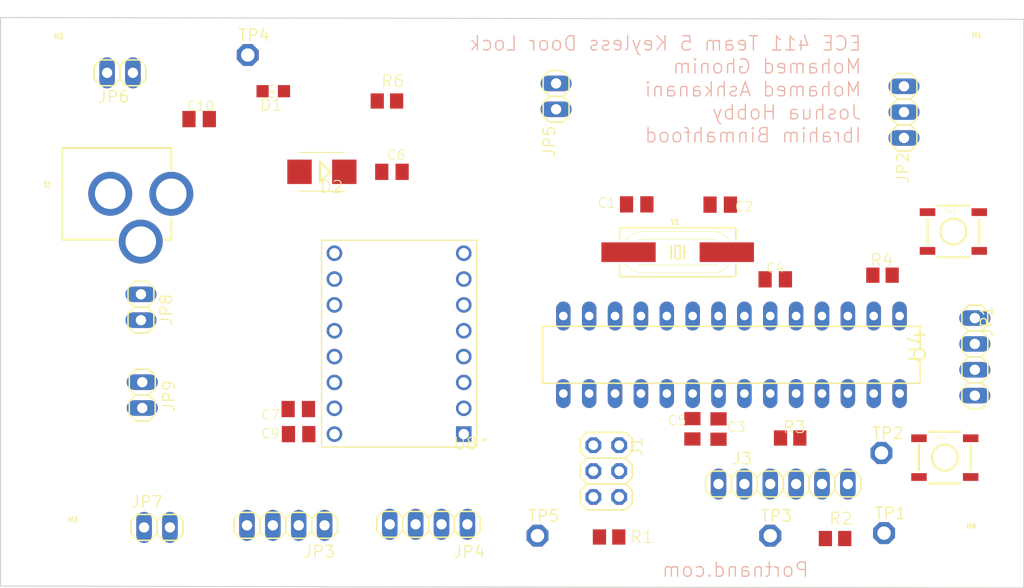
<source format=kicad_pcb>
(kicad_pcb (version 20211014) (generator pcbnew)
  (title_block (title "Keypad Door Lock PCB") (rev "1") (company "ECE 411 Team 5 Practicum"))
  (layers (0 "F.Cu" signal) (31 "B.Cu" signal) (34 "B.Paste" user) (35 "F.Paste" user) (36 "B.SilkS" user "B.Silkscreen") (37 "F.SilkS" user "F.Silkscreen") (38 "B.Mask" user) (39 "F.Mask" user) (44 "Edge.Cuts" user))
  (net 0 "")
  (net 1 "+5V")
  (net 2 "GND")
  (net 3 "Net-(C6-Pad1)")
  (net 4 "Net-(C9-Pad1)")
  (net 5 "Net-(J1-Pad5)")
  (net 6 "Net-(J3-Pad4)")
  (net 7 "Net-(C2-Pad2)")
  (net 8 "Net-(C1-Pad2)")
  (net 9 "Net-(J3-Pad5)")
  (net 10 "Net-(JP3-Pad4)")
  (net 11 "Net-(JP3-Pad3)")
  (net 12 "Net-(JP3-Pad2)")
  (net 13 "Net-(JP3-Pad1)")
  (net 14 "Net-(C3-Pad1)")
  (net 19 "Net-(R6-Pad1)")
  (net 20 "Net-(JP4-Pad4)")
  (net 21 "Net-(J1-Pad4)")
  (net 22 "Net-(J1-Pad1)")
  (net 28 "Net-(J1-Pad3)")
  (net 29 "Net-(JP1-Pad3)")
  (net 30 "Net-(JP1-Pad2)")
  (net 31 "Net-(JP8-Pad2)")
  (net 32 "Net-(JP9-Pad1)")
  (net 33 "Net-(JP9-Pad2)")
  (net 34 "Net-(JP8-Pad1)")
  (net 35 "+12V")
  (net 38 "Net-(J3-Pad3)")
  (net 39 "Net-(JP2-Pad2)")
  (net 40 "Net-(R2-Pad1)")
  (net 41 "Net-(R3-Pad1)")
  (net 42 "Net-(R4-Pad2)")
  (net 43 "Net-(U4-Pad4)")
  (net 44 "Net-(U4-Pad5)")
  (footprint "Keyless_Door:P1-13" (layer "F.Cu") (at 176.53 99.06)
    (fp_text reference "TP3" (at -1.016 -1.27) (layer "F.SilkS") (effects (font (size 1.143 1.143) (thickness 0.127)) (justify left bottom)))
    (fp_text value "Testpoint")
    (pad "TP" thru_hole roundrect (at 0 0) (size 2.159 2.159) (drill 1.3208) (layers *.Cu *.Mask) (chamfer_ratio 0.2928932188) (chamfer top_left top_right bottom_left bottom_right) (net 38 "Net-(J3-Pad3)"))
  )
  (footprint "Keyless_Door:1X03" (layer "F.Cu") (at 189.6618 57.4294 90)
    (fp_text reference "JP2" (at -7.112 0.5588 90) (layer "F.SilkS") (effects (font (size 1.143 1.143) (thickness 0.127)) (justify left bottom)))
    (fp_text value "VCC.1 | IN1 | GND")
    (pad "1" thru_hole oval (at -2.54 0 180) (size 3.048 1.524) (drill 1.016) (layers *.Cu *.Mask) (net 1 "+5V"))
    (pad "2" thru_hole oval (at 0 0 180) (size 3.048 1.524) (drill 1.016) (layers *.Cu *.Mask) (net 39 "Net-(JP2-Pad2)"))
    (pad "3" thru_hole oval (at 2.54 0 180) (size 3.048 1.524) (drill 1.016) (layers *.Cu *.Mask) (net 2 "GND"))
  )
  (footprint "Keyless_Door:R0805" (layer "F.Cu") (at 178.4858 89.4588)
    (fp_text reference "R3" (at -0.7874 -0.381) (layer "F.SilkS") (effects (font (size 1.1684 1.1684) (thickness 0.1016)) (justify left bottom)))
    (fp_text value "1K")
    (pad "1" smd rect (at -0.95 0) (size 1.3 1.5) (layers "F.Cu" "F.Paste" "F.Mask") (net 41 "Net-(R3-Pad1)"))
    (pad "2" smd rect (at 0.95 0) (size 1.3 1.5) (layers "F.Cu" "F.Paste" "F.Mask") (net 9 "Net-(J3-Pad5)"))
  )
  (footprint "Keyless_Door:2X03" (layer "F.Cu") (at 160.4264 92.71 -90)
    (property "Value" "")
    (fp_text reference "J1" (at -3.4798 -3.6322 90) (layer "F.SilkS") (effects (font (size 1.143 1.143) (thickness 0.127)) (justify right bottom)))
    (fp_text value "3x2 M")
    (pad "1" thru_hole roundrect (at -2.54 1.27 270) (size 1.55 1.55) (drill 0.95) (layers *.Cu *.Mask) (chamfer_ratio 0.2928932188) (chamfer top_left top_right bottom_left bottom_right) (net 22 "Net-(J1-Pad1)"))
    (pad "2" thru_hole roundrect (at -2.54 -1.27 270) (size 1.55 1.55) (drill 0.95) (layers *.Cu *.Mask) (chamfer_ratio 0.2928932188) (chamfer top_left top_right bottom_left bottom_right) (net 1 "+5V"))
    (pad "3" thru_hole roundrect (at 0 1.27 270) (size 1.55 1.55) (drill 0.95) (layers *.Cu *.Mask) (chamfer_ratio 0.2928932188) (chamfer top_left top_right bottom_left bottom_right) (net 28 "Net-(J1-Pad3)"))
    (pad "4" thru_hole roundrect (at 0 -1.27 270) (size 1.55 1.55) (drill 0.95) (layers *.Cu *.Mask) (chamfer_ratio 0.2928932188) (chamfer top_left top_right bottom_left bottom_right) (net 21 "Net-(J1-Pad4)"))
    (pad "5" thru_hole roundrect (at 2.54 1.27 270) (size 1.55 1.55) (drill 0.95) (layers *.Cu *.Mask) (chamfer_ratio 0.2928932188) (chamfer top_left top_right bottom_left bottom_right) (net 5 "Net-(J1-Pad5)"))
    (pad "6" thru_hole roundrect (at 2.54 -1.27 270) (size 1.55 1.55) (drill 0.95) (layers *.Cu *.Mask) (chamfer_ratio 0.2928932188) (chamfer top_left top_right bottom_left bottom_right) (net 2 "GND"))
  )
  (footprint "Keyless_Door:1X04" (layer "F.Cu") (at 142.9766 97.9424)
    (fp_text reference "JP4" (at 2.3622 3.3782) (layer "F.SilkS") (effects (font (size 1.143 1.143) (thickness 0.127)) (justify left bottom)))
    (fp_text value "PINHD-1X4")
    (pad "1" thru_hole oval (at -3.81 0 90) (size 3.048 1.524) (drill 1.016) (layers *.Cu *.Mask) (net 28 "Net-(J1-Pad3)"))
    (pad "2" thru_hole oval (at -1.27 0 90) (size 3.048 1.524) (drill 1.016) (layers *.Cu *.Mask) (net 22 "Net-(J1-Pad1)"))
    (pad "3" thru_hole oval (at 1.27 0 90) (size 3.048 1.524) (drill 1.016) (layers *.Cu *.Mask) (net 21 "Net-(J1-Pad4)"))
    (pad "4" thru_hole oval (at 3.81 0 90) (size 3.048 1.524) (drill 1.016) (layers *.Cu *.Mask) (net 20 "Net-(JP4-Pad4)"))
  )
  (footprint "Keyless_Door:C0805K" (layer "F.Cu") (at 139.3792 63.2968)
    (fp_text reference "C6" (at -0.5428 -1.1176) (layer "F.SilkS") (effects (font (size 0.93472 0.93472) (thickness 0.08128)) (justify left bottom)))
    (fp_text value "10u")
    (pad "1" smd rect (at -1 0) (size 1.3 1.6) (layers "F.Cu" "F.Paste" "F.Mask") (net 3 "Net-(C6-Pad1)"))
    (pad "2" smd rect (at 1 0) (size 1.3 1.6) (layers "F.Cu" "F.Paste" "F.Mask") (net 2 "GND"))
  )
  (footprint "Keyless_Door:C0805K" (layer "F.Cu") (at 130.1844 86.614)
    (fp_text reference "C7" (at -3.6924 1.1176) (layer "F.SilkS") (effects (font (size 0.93472 0.93472) (thickness 0.08128)) (justify left bottom)))
    (fp_text value "100u")
    (pad "1" smd rect (at -1 0) (size 1.3 1.6) (layers "F.Cu" "F.Paste" "F.Mask") (net 2 "GND"))
    (pad "2" smd rect (at 1 0) (size 1.3 1.6) (layers "F.Cu" "F.Paste" "F.Mask") (net 1 "+5V"))
  )
  (footprint "Keyless_Door:C0805K" (layer "F.Cu") (at 120.4468 58.1152 180)
    (fp_text reference "C10" (at -1.5588 0.7366) (layer "F.SilkS") (effects (font (size 0.93472 0.93472) (thickness 0.08128)) (justify right bottom)))
    (fp_text value "100n")
    (pad "1" smd rect (at -1 0 180) (size 1.3 1.6) (layers "F.Cu" "F.Paste" "F.Mask") (net 1 "+5V"))
    (pad "2" smd rect (at 1 0 180) (size 1.3 1.6) (layers "F.Cu" "F.Paste" "F.Mask") (net 2 "GND"))
  )
  (footprint "Keyless_Door:P1-13" (layer "F.Cu") (at 125.222 51.816)
    (fp_text reference "TP4" (at -1.016 -1.27) (layer "F.SilkS") (effects (font (size 1.143 1.143) (thickness 0.127)) (justify left bottom)))
    (fp_text value "Testpoint")
    (pad "TP" thru_hole roundrect (at 0 0) (size 2.159 2.159) (drill 1.3208) (layers *.Cu *.Mask) (chamfer_ratio 0.2928932188) (chamfer top_left top_right bottom_left bottom_right) (net 3 "Net-(C6-Pad1)"))
  )
  (footprint "Keyless_Door:P1-13" (layer "F.Cu") (at 153.67 99.06)
    (fp_text reference "TP5" (at -1.016 -1.27) (layer "F.SilkS") (effects (font (size 1.143 1.143) (thickness 0.127)) (justify left bottom)))
    (fp_text value "Testpoint")
    (pad "TP" thru_hole roundrect (at 0 0) (size 2.159 2.159) (drill 1.3208) (layers *.Cu *.Mask) (chamfer_ratio 0.2928932188) (chamfer top_left top_right bottom_left bottom_right) (net 5 "Net-(J1-Pad5)"))
  )
  (footprint "Keyless_Door:C0805K" (layer "F.Cu") (at 171.6184 66.5226)
    (fp_text reference "C2" (at 1.381 0.7366) (layer "F.SilkS") (effects (font (size 0.93472 0.93472) (thickness 0.08128)) (justify left bottom)))
    (fp_text value "30p")
    (pad "1" smd rect (at -1 0) (size 1.3 1.6) (layers "F.Cu" "F.Paste" "F.Mask") (net 2 "GND"))
    (pad "2" smd rect (at 1 0) (size 1.3 1.6) (layers "F.Cu" "F.Paste" "F.Mask") (net 7 "Net-(C2-Pad2)"))
  )
  (footprint "Keyless_Door:STAND-OFF" (layer "F.Cu") (at 108.0516 99.7966)
    (fp_text reference "H3" (at 0 -2.032) (layer "F.SilkS") (effects (font (size 0.48768 0.48768) (thickness 0.12192)) (justify bottom)))
    (fp_text value "STAND-OFF")
    (pad "" np_thru_hole circle (at 0 0) (size 3.302 3.302) (drill 3.302) (layers *.Cu *.Mask))
  )
  (footprint "Keyless_Door:R0805" (layer "F.Cu") (at 160.7058 99.187 180)
    (fp_text reference "R1" (at -4.4298 -0.6858) (layer "F.SilkS") (effects (font (size 1.1684 1.1684) (thickness 0.1016)) (justify right bottom)))
    (fp_text value "10K")
    (pad "1" smd rect (at -0.95 0 180) (size 1.3 1.5) (layers "F.Cu" "F.Paste" "F.Mask") (net 1 "+5V"))
    (pad "2" smd rect (at 0.95 0 180) (size 1.3 1.5) (layers "F.Cu" "F.Paste" "F.Mask") (net 5 "Net-(J1-Pad5)"))
  )
  (footprint "Keyless_Door:C0805K" (layer "F.Cu") (at 163.4142 66.4972 180)
    (fp_text reference "C1" (at 1.9718 -0.4064) (layer "F.SilkS") (effects (font (size 0.93472 0.93472) (thickness 0.08128)) (justify right bottom)))
    (fp_text value "30p")
    (pad "1" smd rect (at -1 0 180) (size 1.3 1.6) (layers "F.Cu" "F.Paste" "F.Mask") (net 2 "GND"))
    (pad "2" smd rect (at 1 0 180) (size 1.3 1.6) (layers "F.Cu" "F.Paste" "F.Mask") (net 8 "Net-(C1-Pad2)"))
  )
  (footprint "Keyless_Door:CHIP-LED0805" (layer "F.Cu") (at 127.728 55.372 90)
    (property "Value" "")
    (fp_text reference "D1" (at -2.032 1.016) (layer "F.SilkS") (effects (font (size 1.1684 1.1684) (thickness 0.1016)) (justify right bottom)))
    (fp_text value "LED")
    (pad "A" smd rect (at 0 1.05 90) (size 1.2 1.2) (layers "F.Cu" "F.Paste" "F.Mask") (net 19 "Net-(R6-Pad1)"))
    (pad "C" smd rect (at 0 -1.05 90) (size 1.2 1.2) (layers "F.Cu" "F.Paste" "F.Mask") (net 2 "GND"))
  )
  (footprint "Keyless_Door:TACTILE_SWITCH_SMD" (layer "F.Cu") (at 193.675 91.3892)
    (fp_text reference "SW1" (at -0.889 -1.778) (layer "F.SilkS") (effects (font (size 0.373888 0.373888) (thickness 0.032512)) (justify left bottom)))
    (fp_text value "!Reset")
    (pad "1" smd rect (at -2.54 -1.905 90) (size 0.762 1.524) (layers "F.Cu" "F.Paste" "F.Mask") (net 2 "GND"))
    (pad "2" smd rect (at 2.54 -1.905 90) (size 0.762 1.524) (layers "F.Cu" "F.Paste" "F.Mask") (net 5 "Net-(J1-Pad5)"))
    (pad "3" smd rect (at -2.54 1.905 90) (size 0.762 1.524) (layers "F.Cu" "F.Paste" "F.Mask"))
    (pad "4" smd rect (at 2.54 1.905 90) (size 0.762 1.524) (layers "F.Cu" "F.Paste" "F.Mask"))
  )
  (footprint "Keyless_Door:C0805K" (layer "F.Cu") (at 130.2164 89.0778 180)
    (fp_text reference "C9" (at 1.794 -0.4826) (layer "F.SilkS") (effects (font (size 0.93472 0.93472) (thickness 0.08128)) (justify right bottom)))
    (fp_text value "100u")
    (pad "1" smd rect (at -1 0 180) (size 1.3 1.6) (layers "F.Cu" "F.Paste" "F.Mask") (net 4 "Net-(C9-Pad1)"))
    (pad "2" smd rect (at 1 0 180) (size 1.3 1.6) (layers "F.Cu" "F.Paste" "F.Mask") (net 2 "GND"))
  )
  (footprint "Keyless_Door:MODULE_A4988_STEPPER_MOTOR_DRIVER_CARRIER" (layer "F.Cu") (at 140.081 80.1878 180)
    (fp_text reference "U8" (at -7.75 -10.5) (layer "F.SilkS") (effects (font (size 1.1684 1.1684) (thickness 0.1016)) (justify right bottom)))
    (fp_text value "A4988_STEPPER_MOTOR_DRIVER_CARRIER")
    (pad "1" thru_hole rect (at -6.35 -8.89 180) (size 1.53 1.53) (drill 1.02) (layers *.Cu *.Mask) (net 2 "GND"))
    (pad "2" thru_hole circle (at -6.35 -6.35 180) (size 1.53 1.53) (drill 1.02) (layers *.Cu *.Mask))
    (pad "3" thru_hole circle (at -6.35 -3.81 180) (size 1.53 1.53) (drill 1.02) (layers *.Cu *.Mask))
    (pad "4" thru_hole circle (at -6.35 -1.27 180) (size 1.53 1.53) (drill 1.02) (layers *.Cu *.Mask))
    (pad "5" thru_hole circle (at -6.35 1.27 180) (size 1.53 1.53) (drill 1.02) (layers *.Cu *.Mask))
    (pad "6" thru_hole circle (at -6.35 3.81 180) (size 1.53 1.53) (drill 1.02) (layers *.Cu *.Mask))
    (pad "7" thru_hole circle (at -6.35 6.35 180) (size 1.53 1.53) (drill 1.02) (layers *.Cu *.Mask) (net 44 "Net-(U4-Pad5)"))
    (pad "8" thru_hole circle (at -6.35 8.89 180) (size 1.53 1.53) (drill 1.02) (layers *.Cu *.Mask) (net 43 "Net-(U4-Pad4)"))
    (pad "9" thru_hole circle (at 6.35 8.89) (size 1.53 1.53) (drill 1.02) (layers *.Cu *.Mask) (net 2 "GND"))
    (pad "10" thru_hole circle (at 6.35 6.35) (size 1.53 1.53) (drill 1.02) (layers *.Cu *.Mask) (net 1 "+5V"))
    (pad "11" thru_hole circle (at 6.35 3.81) (size 1.53 1.53) (drill 1.02) (layers *.Cu *.Mask) (net 31 "Net-(JP8-Pad2)"))
    (pad "12" thru_hole circle (at 6.35 1.27) (size 1.53 1.53) (drill 1.02) (layers *.Cu *.Mask) (net 32 "Net-(JP9-Pad1)"))
    (pad "13" thru_hole circle (at 6.35 -1.27) (size 1.53 1.53) (drill 1.02) (layers *.Cu *.Mask) (net 33 "Net-(JP9-Pad2)"))
    (pad "14" thru_hole circle (at 6.35 -3.81) (size 1.53 1.53) (drill 1.02) (layers *.Cu *.Mask) (net 34 "Net-(JP8-Pad1)"))
    (pad "15" thru_hole circle (at 6.35 -6.35) (size 1.53 1.53) (drill 1.02) (layers *.Cu *.Mask) (net 2 "GND"))
    (pad "16" thru_hole circle (at 6.35 -8.89) (size 1.53 1.53) (drill 1.02) (layers *.Cu *.Mask) (net 4 "Net-(C9-Pad1)"))
  )
  (footprint "Keyless_Door:HC49UP" (layer "F.Cu") (at 167.4368 71.1962)
    (fp_text reference "Y1" (at -0.254 -2.667) (layer "F.SilkS") (effects (font (size 0.48768 0.48768) (thickness 0.12192)) (justify bottom)))
    (fp_text value "Crystal")
    (pad "1" smd rect (at -4.826 0) (size 5.334 1.9304) (layers "F.Cu" "F.Paste" "F.Mask") (net 7 "Net-(C2-Pad2)"))
    (pad "2" smd rect (at 4.826 0) (size 5.334 1.9304) (layers "F.Cu" "F.Paste" "F.Mask") (net 8 "Net-(C1-Pad2)"))
  )
  (footprint "Keyless_Door:C0805K" (layer "F.Cu") (at 168.8846 88.5538 -90)
    (fp_text reference "C5" (at -0.2634 0.5334 180) (layer "F.SilkS") (effects (font (size 0.93472 0.93472) (thickness 0.08128)) (justify right bottom)))
    (fp_text value "100n")
    (pad "1" smd rect (at -1 0 270) (size 1.3 1.6) (layers "F.Cu" "F.Paste" "F.Mask") (net 1 "+5V"))
    (pad "2" smd rect (at 1 0 270) (size 1.3 1.6) (layers "F.Cu" "F.Paste" "F.Mask") (net 2 "GND"))
  )
  (footprint "Keyless_Door:C0805K" (layer "F.Cu") (at 171.45 88.5792 -90)
    (fp_text reference "C3" (at 0.3462 -2.7178 180) (layer "F.SilkS") (effects (font (size 0.93472 0.93472) (thickness 0.08128)) (justify right bottom)))
    (fp_text value "100n")
    (pad "1" smd rect (at -1 0 270) (size 1.3 1.6) (layers "F.Cu" "F.Paste" "F.Mask") (net 14 "Net-(C3-Pad1)"))
    (pad "2" smd rect (at 1 0 270) (size 1.3 1.6) (layers "F.Cu" "F.Paste" "F.Mask") (net 2 "GND"))
  )
  (footprint "Keyless_Door:1X02" (layer "F.Cu") (at 155.4988 55.88 -90)
    (fp_text reference "JP5" (at 2.794 0 90) (layer "F.SilkS") (effects (font (size 1.143 1.143) (thickness 0.127)) (justify right bottom)))
    (fp_text value "COM | NO")
    (pad "1" thru_hole oval (at -1.27 0) (size 3.048 1.524) (drill 1.016) (layers *.Cu *.Mask) (net 4 "Net-(C9-Pad1)"))
    (pad "2" thru_hole oval (at 1.27 0) (size 3.048 1.524) (drill 1.016) (layers *.Cu *.Mask) (net 35 "+12V"))
  )
  (footprint "Keyless_Door:STAND-OFF" (layer "F.Cu") (at 196.8246 52.1716)
    (fp_text reference "H1" (at 0 -2.032) (layer "F.SilkS") (effects (font (size 0.48768 0.48768) (thickness 0.12192)) (justify bottom)))
    (fp_text value "STAND-OFF")
    (pad "" np_thru_hole circle (at 0 0) (size 3.302 3.302) (drill 3.302) (layers *.Cu *.Mask))
  )
  (footprint "Keyless_Door:1X04" (layer "F.Cu") (at 196.6214 81.4832 -90)
    (fp_text reference "JP1" (at -5.1562 -1.8288 90) (layer "F.SilkS") (effects (font (size 1.143 1.143) (thickness 0.127)) (justify right bottom)))
    (fp_text value "1x4 Pin Conn.")
    (pad "1" thru_hole oval (at -3.81 0) (size 3.048 1.524) (drill 1.016) (layers *.Cu *.Mask) (net 2 "GND"))
    (pad "2" thru_hole oval (at -1.27 0) (size 3.048 1.524) (drill 1.016) (layers *.Cu *.Mask) (net 30 "Net-(JP1-Pad2)"))
    (pad "3" thru_hole oval (at 1.27 0) (size 3.048 1.524) (drill 1.016) (layers *.Cu *.Mask) (net 29 "Net-(JP1-Pad3)"))
    (pad "4" thru_hole oval (at 3.81 0) (size 3.048 1.524) (drill 1.016) (layers *.Cu *.Mask) (net 1 "+5V"))
  )
  (footprint "Keyless_Door:R0805" (layer "F.Cu") (at 138.8872 56.3372)
    (fp_text reference "R6" (at -0.635 -1.27) (layer "F.SilkS") (effects (font (size 1.1684 1.1684) (thickness 0.1016)) (justify left bottom)))
    (fp_text value "1k")
    (pad "1" smd rect (at -0.95 0) (size 1.3 1.5) (layers "F.Cu" "F.Paste" "F.Mask") (net 19 "Net-(R6-Pad1)"))
    (pad "2" smd rect (at 0.95 0) (size 1.3 1.5) (layers "F.Cu" "F.Paste" "F.Mask") (net 1 "+5V"))
  )
  (footprint "Keyless_Door:1X02" (layer "F.Cu") (at 114.7318 76.6064 90)
    (fp_text reference "JP8" (at -1.8796 3.1496 90) (layer "F.SilkS") (effects (font (size 1.143 1.143) (thickness 0.127)) (justify left bottom)))
    (fp_text value "2B+ & 1B-")
    (pad "1" thru_hole oval (at -1.27 0 180) (size 3.048 1.524) (drill 1.016) (layers *.Cu *.Mask) (net 34 "Net-(JP8-Pad1)"))
    (pad "2" thru_hole oval (at 1.27 0 180) (size 3.048 1.524) (drill 1.016) (layers *.Cu *.Mask) (net 31 "Net-(JP8-Pad2)"))
  )
  (footprint "Keyless_Door:1X06" (layer "F.Cu") (at 177.8 93.98)
    (property "Value" "")
    (fp_text reference "J3" (at -5.08 -1.8288) (layer "F.SilkS") (effects (font (size 1.143 1.143) (thickness 0.127)) (justify left bottom)))
    (fp_text value "1x6 M")
    (pad "1" thru_hole oval (at -6.35 0 90) (size 3.048 1.524) (drill 1.016) (layers *.Cu *.Mask) (net 2 "GND"))
    (pad "2" thru_hole oval (at -3.81 0 90) (size 3.048 1.524) (drill 1.016) (layers *.Cu *.Mask))
    (pad "3" thru_hole oval (at -1.27 0 90) (size 3.048 1.524) (drill 1.016) (layers *.Cu *.Mask) (net 38 "Net-(J3-Pad3)"))
    (pad "4" thru_hole oval (at 1.27 0 90) (size 3.048 1.524) (drill 1.016) (layers *.Cu *.Mask) (net 6 "Net-(J3-Pad4)"))
    (pad "5" thru_hole oval (at 3.81 0 90) (size 3.048 1.524) (drill 1.016) (layers *.Cu *.Mask) (net 9 "Net-(J3-Pad5)"))
    (pad "6" thru_hole oval (at 6.35 0 90) (size 3.048 1.524) (drill 1.016) (layers *.Cu *.Mask))
  )
  (footprint "Keyless_Door:TACTILE_SWITCH_SMD" (layer "F.Cu") (at 194.5132 69.1642)
    (fp_text reference "SW2" (at -0.889 -1.778) (layer "F.SilkS") (effects (font (size 0.373888 0.373888) (thickness 0.032512)) (justify left bottom)))
    (fp_text value "Open")
    (pad "1" smd rect (at -2.54 -1.905 90) (size 0.762 1.524) (layers "F.Cu" "F.Paste" "F.Mask") (net 2 "GND"))
    (pad "2" smd rect (at 2.54 -1.905 90) (size 0.762 1.524) (layers "F.Cu" "F.Paste" "F.Mask") (net 42 "Net-(R4-Pad2)"))
    (pad "3" smd rect (at -2.54 1.905 90) (size 0.762 1.524) (layers "F.Cu" "F.Paste" "F.Mask"))
    (pad "4" smd rect (at 2.54 1.905 90) (size 0.762 1.524) (layers "F.Cu" "F.Paste" "F.Mask"))
  )
  (footprint "Keyless_Door:C0805K" (layer "F.Cu") (at 177.022 73.8632)
    (fp_text reference "C4" (at -0.9558 -0.5842) (layer "F.SilkS") (effects (font (size 0.93472 0.93472) (thickness 0.08128)) (justify left bottom)))
    (fp_text value "100n")
    (pad "1" smd rect (at -1 0) (size 1.3 1.6) (layers "F.Cu" "F.Paste" "F.Mask") (net 1 "+5V"))
    (pad "2" smd rect (at 1 0) (size 1.3 1.6) (layers "F.Cu" "F.Paste" "F.Mask") (net 2 "GND"))
  )
  (footprint "Keyless_Door:R0805" (layer "F.Cu") (at 187.5536 73.4568 180)
    (fp_text reference "R4" (at -1.143 0.8128) (layer "F.SilkS") (effects (font (size 1.1684 1.1684) (thickness 0.1016)) (justify right bottom)))
    (fp_text value "10K")
    (pad "1" smd rect (at -0.95 0 180) (size 1.3 1.5) (layers "F.Cu" "F.Paste" "F.Mask") (net 1 "+5V"))
    (pad "2" smd rect (at 0.95 0 180) (size 1.3 1.5) (layers "F.Cu" "F.Paste" "F.Mask") (net 42 "Net-(R4-Pad2)"))
  )
  (footprint "Keyless_Door:1X02" (layer "F.Cu") (at 112.6744 53.5686 180)
    (fp_text reference "JP6" (at -1.016 -3.0226) (layer "F.SilkS") (effects (font (size 1.143 1.143) (thickness 0.127)) (justify right bottom)))
    (fp_text value "IN- & IN+")
    (pad "1" thru_hole oval (at -1.27 0 270) (size 3.048 1.524) (drill 1.016) (layers *.Cu *.Mask) (net 3 "Net-(C6-Pad1)"))
    (pad "2" thru_hole oval (at 1.27 0 270) (size 3.048 1.524) (drill 1.016) (layers *.Cu *.Mask) (net 2 "GND"))
  )
  (footprint "Keyless_Door:STAND-OFF" (layer "F.Cu") (at 106.6546 52.2986)
    (fp_text reference "H2" (at 0 -2.032) (layer "F.SilkS") (effects (font (size 0.48768 0.48768) (thickness 0.12192)) (justify bottom)))
    (fp_text value "STAND-OFF")
    (pad "" np_thru_hole circle (at 0 0) (size 3.302 3.302) (drill 3.302) (layers *.Cu *.Mask))
  )
  (footprint "Keyless_Door:R0805" (layer "F.Cu") (at 182.8952 99.3394)
    (fp_text reference "R2" (at -0.635 -1.27) (layer "F.SilkS") (effects (font (size 1.1684 1.1684) (thickness 0.1016)) (justify left bottom)))
    (fp_text value "1K")
    (pad "1" smd rect (at -0.95 0) (size 1.3 1.5) (layers "F.Cu" "F.Paste" "F.Mask") (net 40 "Net-(R2-Pad1)"))
    (pad "2" smd rect (at 0.95 0) (size 1.3 1.5) (layers "F.Cu" "F.Paste" "F.Mask") (net 6 "Net-(J3-Pad4)"))
  )
  (footprint "Keyless_Door:P1-13" (layer "F.Cu") (at 187.706 98.806)
    (fp_text reference "TP1" (at -1.016 -1.27) (layer "F.SilkS") (effects (font (size 1.143 1.143) (thickness 0.127)) (justify left bottom)))
    (fp_text value "Testpoint")
    (pad "TP" thru_hole roundrect (at 0 0) (size 2.159 2.159) (drill 1.3208) (layers *.Cu *.Mask) (chamfer_ratio 0.2928932188) (chamfer top_left top_right bottom_left bottom_right) (net 40 "Net-(R2-Pad1)"))
  )
  (footprint "Keyless_Door:STAND-OFF" (layer "F.Cu") (at 196.2912 100.4316)
    (fp_text reference "H4" (at 0 -2.032) (layer "F.SilkS") (effects (font (size 0.48768 0.48768) (thickness 0.12192)) (justify bottom)))
    (fp_text value "STAND-OFF")
    (pad "" np_thru_hole circle (at 0 0) (size 3.302 3.302) (drill 3.302) (layers *.Cu *.Mask))
  )
  (footprint "Keyless_Door:DIL28-3" (layer "F.Cu") (at 172.72 81.28 180)
    (fp_text reference "U4" (at -19.2024 2.54 90) (layer "F.SilkS") (effects (font (size 1.6002 1.6002) (thickness 0.1778)) (justify right bottom)))
    (fp_text value "ATMEGA328P-PU")
    (pad "1" thru_hole oval (at -16.51 3.81 270) (size 2.8448 1.4224) (drill 0.85) (layers *.Cu *.Mask) (net 5 "Net-(J1-Pad5)"))
    (pad "2" thru_hole oval (at -13.97 3.81 270) (size 2.8448 1.4224) (drill 0.85) (layers *.Cu *.Mask) (net 40 "Net-(R2-Pad1)"))
    (pad "3" thru_hole oval (at -11.43 3.81 270) (size 2.8448 1.4224) (drill 0.85) (layers *.Cu *.Mask) (net 41 "Net-(R3-Pad1)"))
    (pad "4" thru_hole oval (at -8.89 3.81 270) (size 2.8448 1.4224) (drill 0.85) (layers *.Cu *.Mask) (net 43 "Net-(U4-Pad4)"))
    (pad "5" thru_hole oval (at -6.35 3.81 270) (size 2.8448 1.4224) (drill 0.85) (layers *.Cu *.Mask) (net 44 "Net-(U4-Pad5)"))
    (pad "6" thru_hole oval (at -3.81 3.81 270) (size 2.8448 1.4224) (drill 0.85) (layers *.Cu *.Mask) (net 39 "Net-(JP2-Pad2)"))
    (pad "7" thru_hole oval (at -1.27 3.81 270) (size 2.8448 1.4224) (drill 0.85) (layers *.Cu *.Mask) (net 1 "+5V"))
    (pad "8" thru_hole oval (at 1.27 3.81 270) (size 2.8448 1.4224) (drill 0.85) (layers *.Cu *.Mask) (net 2 "GND"))
    (pad "9" thru_hole oval (at 3.81 3.81 270) (size 2.8448 1.4224) (drill 0.85) (layers *.Cu *.Mask) (net 7 "Net-(C2-Pad2)"))
    (pad "10" thru_hole oval (at 6.35 3.81 270) (size 2.8448 1.4224) (drill 0.85) (layers *.Cu *.Mask) (net 8 "Net-(C1-Pad2)"))
    (pad "11" thru_hole oval (at 8.89 3.81 270) (size 2.8448 1.4224) (drill 0.85) (layers *.Cu *.Mask) (net 42 "Net-(R4-Pad2)"))
    (pad "12" thru_hole oval (at 11.43 3.81 270) (size 2.8448 1.4224) (drill 0.85) (layers *.Cu *.Mask) (net 10 "Net-(JP3-Pad4)"))
    (pad "13" thru_hole oval (at 13.97 3.81 270) (size 2.8448 1.4224) (drill 0.85) (layers *.Cu *.Mask) (net 11 "Net-(JP3-Pad3)"))
    (pad "14" thru_hole oval (at 16.51 3.81 270) (size 2.8448 1.4224) (drill 0.85) (layers *.Cu *.Mask) (net 12 "Net-(JP3-Pad2)"))
    (pad "15" thru_hole oval (at 16.51 -3.81 270) (size 2.8448 1.4224) (drill 0.85) (layers *.Cu *.Mask) (net 13 "Net-(JP3-Pad1)"))
    (pad "16" thru_hole oval (at 13.97 -3.81 270) (size 2.8448 1.4224) (drill 0.85) (layers *.Cu *.Mask) (net 20 "Net-(JP4-Pad4)"))
    (pad "17" thru_hole oval (at 11.43 -3.81 270) (size 2.8448 1.4224) (drill 0.85) (layers *.Cu *.Mask) (net 21 "Net-(J1-Pad4)"))
    (pad "18" thru_hole oval (at 8.89 -3.81 270) (size 2.8448 1.4224) (drill 0.85) (layers *.Cu *.Mask) (net 22 "Net-(J1-Pad1)"))
    (pad "19" thru_hole oval (at 6.35 -3.81 270) (size 2.8448 1.4224) (drill 0.85) (layers *.Cu *.Mask) (net 28 "Net-(J1-Pad3)"))
    (pad "20" thru_hole oval (at 3.81 -3.81 270) (size 2.8448 1.4224) (drill 0.85) (layers *.Cu *.Mask) (net 1 "+5V"))
    (pad "21" thru_hole oval (at 1.27 -3.81 270) (size 2.8448 1.4224) (drill 0.85) (layers *.Cu *.Mask) (net 14 "Net-(C3-Pad1)"))
    (pad "22" thru_hole oval (at -1.27 -3.81 270) (size 2.8448 1.4224) (drill 0.85) (layers *.Cu *.Mask) (net 2 "GND"))
    (pad "23" thru_hole oval (at -3.81 -3.81 270) (size 2.8448 1.4224) (drill 0.85) (layers *.Cu *.Mask))
    (pad "24" thru_hole oval (at -6.35 -3.81 270) (size 2.8448 1.4224) (drill 0.85) (layers *.Cu *.Mask))
    (pad "25" thru_hole oval (at -8.89 -3.81 270) (size 2.8448 1.4224) (drill 0.85) (layers *.Cu *.Mask))
    (pad "26" thru_hole oval (at -11.43 -3.81 270) (size 2.8448 1.4224) (drill 0.85) (layers *.Cu *.Mask))
    (pad "27" thru_hole oval (at -13.97 -3.81 270) (size 2.8448 1.4224) (drill 0.85) (layers *.Cu *.Mask) (net 29 "Net-(JP1-Pad3)"))
    (pad "28" thru_hole oval (at -16.51 -3.81 270) (size 2.8448 1.4224) (drill 0.85) (layers *.Cu *.Mask) (net 30 "Net-(JP1-Pad2)"))
  )
  (footprint "Keyless_Door:P1-13" (layer "F.Cu") (at 187.452 90.932)
    (fp_text reference "TP2" (at -1.016 -1.27) (layer "F.SilkS") (effects (font (size 1.143 1.143) (thickness 0.127)) (justify left bottom)))
    (fp_text value "Testpoint")
    (pad "TP" thru_hole roundrect (at 0 0) (size 2.159 2.159) (drill 1.3208) (layers *.Cu *.Mask) (chamfer_ratio 0.2928932188) (chamfer top_left top_right bottom_left bottom_right) (net 41 "Net-(R3-Pad1)"))
  )
  (footprint "Keyless_Door:SMB" (layer "F.Cu") (at 132.502 63.2968 180)
    (property "Value" "")
    (fp_text reference "D2" (at -2.159 -2.159) (layer "F.SilkS") (effects (font (size 1.1684 1.1684) (thickness 0.1016)) (justify right bottom)))
    (fp_text value "M7")
    (pad "A" smd rect (at 2.2 0 180) (size 2.4 2.4) (layers "F.Cu" "F.Paste" "F.Mask") (net 35 "+12V"))
    (pad "C" smd rect (at -2.2 0 180) (size 2.4 2.4) (layers "F.Cu" "F.Paste" "F.Mask") (net 3 "Net-(C6-Pad1)"))
  )
  (footprint "Keyless_Door:1X02" (layer "F.Cu") (at 114.8588 85.2424 -90)
    (fp_text reference "JP9" (at -1.5494 -3.2766 90) (layer "F.SilkS") (effects (font (size 1.143 1.143) (thickness 0.127)) (justify right bottom)))
    (fp_text value "1A+ & 2A-")
    (pad "1" thru_hole oval (at -1.27 0) (size 3.048 1.524) (drill 1.016) (layers *.Cu *.Mask) (net 32 "Net-(JP9-Pad1)"))
    (pad "2" thru_hole oval (at 1.27 0) (size 3.048 1.524) (drill 1.016) (layers *.Cu *.Mask) (net 33 "Net-(JP9-Pad2)"))
  )
  (footprint "Keyless_Door:1X04" (layer "F.Cu") (at 128.9558 98.044 180)
    (fp_text reference "JP3" (at -4.9276 -3.2512) (layer "F.SilkS") (effects (font (size 1.143 1.143) (thickness 0.127)) (justify right bottom)))
    (fp_text value "PINHD-1X4")
    (pad "1" thru_hole oval (at -3.81 0 270) (size 3.048 1.524) (drill 1.016) (layers *.Cu *.Mask) (net 13 "Net-(JP3-Pad1)"))
    (pad "2" thru_hole oval (at -1.27 0 270) (size 3.048 1.524) (drill 1.016) (layers *.Cu *.Mask) (net 12 "Net-(JP3-Pad2)"))
    (pad "3" thru_hole oval (at 1.27 0 270) (size 3.048 1.524) (drill 1.016) (layers *.Cu *.Mask) (net 11 "Net-(JP3-Pad3)"))
    (pad "4" thru_hole oval (at 3.81 0 270) (size 3.048 1.524) (drill 1.016) (layers *.Cu *.Mask) (net 10 "Net-(JP3-Pad4)"))
  )
  (footprint "Keyless_Door:1X02" (layer "F.Cu") (at 116.3066 98.2472)
    (fp_text reference "JP7" (at -2.6162 -1.8288) (layer "F.SilkS") (effects (font (size 1.143 1.143) (thickness 0.127)) (justify left bottom)))
    (fp_text value "OUT- & OUT+")
    (pad "1" thru_hole oval (at -1.27 0 90) (size 3.048 1.524) (drill 1.016) (layers *.Cu *.Mask) (net 2 "GND"))
    (pad "2" thru_hole oval (at 1.27 0 90) (size 3.048 1.524) (drill 1.016) (layers *.Cu *.Mask) (net 1 "+5V"))
  )
  (footprint "Keyless_Door:POWER_JACK_PTH" (layer "F.Cu") (at 104.013 65.4558 -90)
    (property "Value" "")
    (fp_text reference "J2" (at -1.3716 -1.8288 90) (layer "F.SilkS") (effects (font (size 0.48768 0.48768) (thickness 0.12192)) (justify right bottom)))
    (fp_text value "Power Jack")
    (pad "GND" thru_hole circle (at 0 -7.7 270) (size 4.318 4.318) (drill 2.9972) (layers *.Cu *.Mask) (net 2 "GND"))
    (pad "GNDBREAK" thru_hole circle (at 4.7 -10.7) (size 4.318 4.318) (drill 2.9972) (layers *.Cu *.Mask) (net 2 "GND"))
    (pad "PWR" thru_hole circle (at 0 -13.7 270) (size 4.318 4.318) (drill 2.9972) (layers *.Cu *.Mask) (net 35 "+12V"))
  )
  (gr_line (start 100.9396 48.133) (end 100.9396 104.013) (layer "Edge.Cuts") (width 0.1))
  (gr_line (start 100.9396 104.013) (end 201.422 104.1908) (layer "Edge.Cuts") (width 0.1))
  (gr_line (start 201.422 104.1908) (end 201.422 48.3108) (layer "Edge.Cuts") (width 0.1))
  (gr_line (start 201.422 48.3108) (end 100.9396 48.133) (layer "Edge.Cuts") (width 0.1))
  (gr_text "Portnand.com" (at 180.3908 103.2256) (layer "B.SilkS") (effects (font (size 1.40208 1.40208) (thickness 0.12192)) (justify left bottom mirror)))
  (gr_text "ECE 411 Team 5 Keyless Door Lock\nMohamed Ghonim\nMohamed Ashkanani\nJoshua Hobby\nIbrahim Binmahfood" (at 185.5724 60.5282) (layer "B.SilkS") (effects (font (size 1.40208 1.40208) (thickness 0.12192)) (justify left bottom mirror)))
)
</source>
